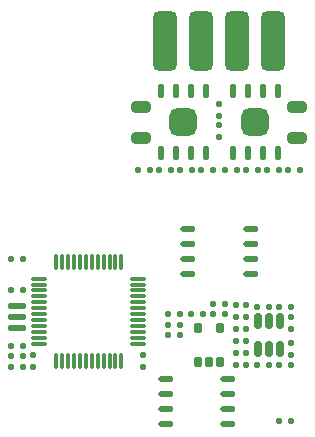
<source format=gbp>
G04*
G04 #@! TF.GenerationSoftware,Altium Limited,Altium Designer,22.0.2 (36)*
G04*
G04 Layer_Color=128*
%FSLAX25Y25*%
%MOIN*%
G70*
G04*
G04 #@! TF.SameCoordinates,B24A499B-10B0-4348-9313-877DE5855C24*
G04*
G04*
G04 #@! TF.FilePolarity,Positive*
G04*
G01*
G75*
G04:AMPARAMS|DCode=16|XSize=20mil|YSize=20mil|CornerRadius=5mil|HoleSize=0mil|Usage=FLASHONLY|Rotation=0.000|XOffset=0mil|YOffset=0mil|HoleType=Round|Shape=RoundedRectangle|*
%AMROUNDEDRECTD16*
21,1,0.02000,0.01000,0,0,0.0*
21,1,0.01000,0.02000,0,0,0.0*
1,1,0.01000,0.00500,-0.00500*
1,1,0.01000,-0.00500,-0.00500*
1,1,0.01000,-0.00500,0.00500*
1,1,0.01000,0.00500,0.00500*
%
%ADD16ROUNDEDRECTD16*%
%ADD59O,0.01968X0.05118*%
G04:AMPARAMS|DCode=60|XSize=20mil|YSize=20mil|CornerRadius=5mil|HoleSize=0mil|Usage=FLASHONLY|Rotation=270.000|XOffset=0mil|YOffset=0mil|HoleType=Round|Shape=RoundedRectangle|*
%AMROUNDEDRECTD60*
21,1,0.02000,0.01000,0,0,270.0*
21,1,0.01000,0.02000,0,0,270.0*
1,1,0.01000,-0.00500,-0.00500*
1,1,0.01000,-0.00500,0.00500*
1,1,0.01000,0.00500,0.00500*
1,1,0.01000,0.00500,-0.00500*
%
%ADD60ROUNDEDRECTD60*%
G04:AMPARAMS|DCode=61|XSize=37.64mil|YSize=63.38mil|CornerRadius=9.41mil|HoleSize=0mil|Usage=FLASHONLY|Rotation=270.000|XOffset=0mil|YOffset=0mil|HoleType=Round|Shape=RoundedRectangle|*
%AMROUNDEDRECTD61*
21,1,0.03764,0.04456,0,0,270.0*
21,1,0.01882,0.06338,0,0,270.0*
1,1,0.01882,-0.02228,-0.00941*
1,1,0.01882,-0.02228,0.00941*
1,1,0.01882,0.02228,0.00941*
1,1,0.01882,0.02228,-0.00941*
%
%ADD61ROUNDEDRECTD61*%
G04:AMPARAMS|DCode=62|XSize=90.55mil|YSize=90.55mil|CornerRadius=22.64mil|HoleSize=0mil|Usage=FLASHONLY|Rotation=0.000|XOffset=0mil|YOffset=0mil|HoleType=Round|Shape=RoundedRectangle|*
%AMROUNDEDRECTD62*
21,1,0.09055,0.04528,0,0,0.0*
21,1,0.04528,0.09055,0,0,0.0*
1,1,0.04528,0.02264,-0.02264*
1,1,0.04528,-0.02264,-0.02264*
1,1,0.04528,-0.02264,0.02264*
1,1,0.04528,0.02264,0.02264*
%
%ADD62ROUNDEDRECTD62*%
G04:AMPARAMS|DCode=63|XSize=200mil|YSize=80mil|CornerRadius=20mil|HoleSize=0mil|Usage=FLASHONLY|Rotation=270.000|XOffset=0mil|YOffset=0mil|HoleType=Round|Shape=RoundedRectangle|*
%AMROUNDEDRECTD63*
21,1,0.20000,0.04000,0,0,270.0*
21,1,0.16000,0.08000,0,0,270.0*
1,1,0.04000,-0.02000,-0.08000*
1,1,0.04000,-0.02000,0.08000*
1,1,0.04000,0.02000,0.08000*
1,1,0.04000,0.02000,-0.08000*
%
%ADD63ROUNDEDRECTD63*%
G04:AMPARAMS|DCode=64|XSize=21.65mil|YSize=57.09mil|CornerRadius=5.41mil|HoleSize=0mil|Usage=FLASHONLY|Rotation=270.000|XOffset=0mil|YOffset=0mil|HoleType=Round|Shape=RoundedRectangle|*
%AMROUNDEDRECTD64*
21,1,0.02165,0.04626,0,0,270.0*
21,1,0.01083,0.05709,0,0,270.0*
1,1,0.01083,-0.02313,-0.00541*
1,1,0.01083,-0.02313,0.00541*
1,1,0.01083,0.02313,0.00541*
1,1,0.01083,0.02313,-0.00541*
%
%ADD64ROUNDEDRECTD64*%
G04:AMPARAMS|DCode=65|XSize=21.65mil|YSize=57.09mil|CornerRadius=5.41mil|HoleSize=0mil|Usage=FLASHONLY|Rotation=270.000|XOffset=0mil|YOffset=0mil|HoleType=Round|Shape=RoundedRectangle|*
%AMROUNDEDRECTD65*
21,1,0.02165,0.04626,0,0,270.0*
21,1,0.01083,0.05709,0,0,270.0*
1,1,0.01083,-0.02313,-0.00541*
1,1,0.01083,-0.02313,0.00541*
1,1,0.01083,0.02313,0.00541*
1,1,0.01083,0.02313,-0.00541*
%
%ADD65ROUNDEDRECTD65*%
G04:AMPARAMS|DCode=66|XSize=23.62mil|YSize=35mil|CornerRadius=5.91mil|HoleSize=0mil|Usage=FLASHONLY|Rotation=0.000|XOffset=0mil|YOffset=0mil|HoleType=Round|Shape=RoundedRectangle|*
%AMROUNDEDRECTD66*
21,1,0.02362,0.02319,0,0,0.0*
21,1,0.01181,0.03500,0,0,0.0*
1,1,0.01181,0.00591,-0.01159*
1,1,0.01181,-0.00591,-0.01159*
1,1,0.01181,-0.00591,0.01159*
1,1,0.01181,0.00591,0.01159*
%
%ADD66ROUNDEDRECTD66*%
G04:AMPARAMS|DCode=67|XSize=27.56mil|YSize=51.18mil|CornerRadius=6.89mil|HoleSize=0mil|Usage=FLASHONLY|Rotation=0.000|XOffset=0mil|YOffset=0mil|HoleType=Round|Shape=RoundedRectangle|*
%AMROUNDEDRECTD67*
21,1,0.02756,0.03740,0,0,0.0*
21,1,0.01378,0.05118,0,0,0.0*
1,1,0.01378,0.00689,-0.01870*
1,1,0.01378,-0.00689,-0.01870*
1,1,0.01378,-0.00689,0.01870*
1,1,0.01378,0.00689,0.01870*
%
%ADD67ROUNDEDRECTD67*%
%ADD68O,0.05118X0.01968*%
%ADD69O,0.01200X0.05400*%
%ADD70O,0.05400X0.01200*%
D16*
X0Y42000D02*
D03*
Y38000D02*
D03*
Y49000D02*
D03*
Y45000D02*
D03*
X-25500Y-38500D02*
D03*
Y-34500D02*
D03*
X-62000Y-38500D02*
D03*
Y-34500D02*
D03*
X5500Y-22000D02*
D03*
Y-18000D02*
D03*
X9000Y-22000D02*
D03*
Y-18000D02*
D03*
X5500Y-26000D02*
D03*
Y-30000D02*
D03*
X9000Y-26000D02*
D03*
Y-30000D02*
D03*
X24000Y-22000D02*
D03*
Y-26000D02*
D03*
Y-30500D02*
D03*
Y-34500D02*
D03*
X9000Y-34000D02*
D03*
Y-38000D02*
D03*
X5500Y-34000D02*
D03*
Y-38000D02*
D03*
D59*
X4500Y53433D02*
D03*
X-4500Y32567D02*
D03*
X-9500D02*
D03*
X-14500D02*
D03*
X-19500D02*
D03*
X-4500Y53433D02*
D03*
X-9500D02*
D03*
X-14500D02*
D03*
X-19500D02*
D03*
X9500D02*
D03*
X14500D02*
D03*
X19500D02*
D03*
X4500Y32567D02*
D03*
X9500D02*
D03*
X14500D02*
D03*
X19500D02*
D03*
D60*
X-69500Y-2500D02*
D03*
X-65500D02*
D03*
X-17000Y-28000D02*
D03*
X-13000D02*
D03*
X-69500Y-13000D02*
D03*
X-65500D02*
D03*
X-9000Y27000D02*
D03*
X-13000D02*
D03*
X-23000D02*
D03*
X-27000D02*
D03*
X20000D02*
D03*
X16000D02*
D03*
X6000D02*
D03*
X2000D02*
D03*
X-2000D02*
D03*
X-6000D02*
D03*
X-16000D02*
D03*
X-20000D02*
D03*
X27000D02*
D03*
X23000D02*
D03*
X9000D02*
D03*
X13000D02*
D03*
X-13000Y-24500D02*
D03*
X-17000D02*
D03*
X-69500Y-31500D02*
D03*
X-65500D02*
D03*
X-13000Y-21000D02*
D03*
X-17000D02*
D03*
X-69500Y-38500D02*
D03*
X-65500D02*
D03*
X20000Y-38000D02*
D03*
X24000D02*
D03*
Y-56500D02*
D03*
X20000D02*
D03*
X-69500Y-35000D02*
D03*
X-65500D02*
D03*
X2000Y-17500D02*
D03*
X-2000D02*
D03*
X2000Y-21000D02*
D03*
X-2000D02*
D03*
X-5500D02*
D03*
X-9500D02*
D03*
X24000Y-18500D02*
D03*
X20000D02*
D03*
X12500D02*
D03*
X16500D02*
D03*
X12500Y-38000D02*
D03*
X16500D02*
D03*
D61*
X-26000Y37878D02*
D03*
Y48122D02*
D03*
X26000D02*
D03*
Y37878D02*
D03*
D62*
X-12000Y43000D02*
D03*
X12000D02*
D03*
D63*
X-18000Y70000D02*
D03*
X-6000D02*
D03*
X18000D02*
D03*
X6000D02*
D03*
D64*
X-67500Y-18260D02*
D03*
D65*
X-67500Y-22000D02*
D03*
Y-25740D02*
D03*
D66*
X-7240Y-36906D02*
D03*
X-3500D02*
D03*
X240D02*
D03*
Y-25506D02*
D03*
X-7240D02*
D03*
D67*
X20240Y-23276D02*
D03*
X16500D02*
D03*
X12760D02*
D03*
Y-32724D02*
D03*
X16500D02*
D03*
X20240D02*
D03*
D68*
X-17933Y-57500D02*
D03*
Y-52500D02*
D03*
Y-47500D02*
D03*
Y-42500D02*
D03*
X2933Y-57500D02*
D03*
Y-52500D02*
D03*
Y-47500D02*
D03*
Y-42500D02*
D03*
X10433Y7500D02*
D03*
Y2500D02*
D03*
Y-2500D02*
D03*
Y-7500D02*
D03*
X-10433Y7500D02*
D03*
Y2500D02*
D03*
Y-2500D02*
D03*
Y-7500D02*
D03*
D69*
X-36610Y-3500D02*
D03*
X-34642D02*
D03*
X-32673D02*
D03*
X-38579D02*
D03*
X-40547D02*
D03*
X-48421D02*
D03*
X-46453D02*
D03*
X-42516D02*
D03*
X-44484D02*
D03*
X-50390D02*
D03*
X-52358D02*
D03*
X-54327D02*
D03*
X-32673Y-36500D02*
D03*
X-34642D02*
D03*
X-36610D02*
D03*
X-42516D02*
D03*
X-44484D02*
D03*
X-40547D02*
D03*
X-38579D02*
D03*
X-46453D02*
D03*
X-48421D02*
D03*
X-54327D02*
D03*
X-52358D02*
D03*
X-50390D02*
D03*
D70*
X-27000Y-20984D02*
D03*
Y-9173D02*
D03*
Y-11142D02*
D03*
Y-13110D02*
D03*
Y-19016D02*
D03*
Y-17047D02*
D03*
Y-15079D02*
D03*
Y-22953D02*
D03*
Y-24921D02*
D03*
X-27000Y-30827D02*
D03*
X-27000Y-28858D02*
D03*
Y-26890D02*
D03*
X-60000Y-26890D02*
D03*
Y-28858D02*
D03*
Y-30827D02*
D03*
Y-24921D02*
D03*
Y-22953D02*
D03*
Y-15079D02*
D03*
Y-17047D02*
D03*
Y-20984D02*
D03*
Y-19016D02*
D03*
Y-13110D02*
D03*
Y-11142D02*
D03*
Y-9173D02*
D03*
M02*

</source>
